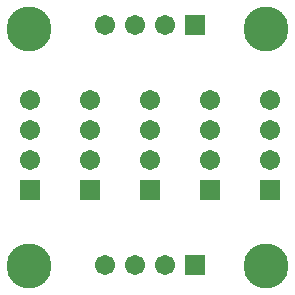
<source format=gbs>
G04 Layer_Color=16711935*
%FSLAX44Y44*%
%MOMM*%
G71*
G01*
G75*
%ADD20C,3.8032*%
%ADD21R,1.7032X1.7032*%
%ADD22C,1.7032*%
%ADD23R,1.7032X1.7032*%
D20*
X25000Y225000D02*
D03*
X225000D02*
D03*
Y25000D02*
D03*
X25000D02*
D03*
D21*
X228600Y88900D02*
D03*
X177800D02*
D03*
X127000D02*
D03*
X76200D02*
D03*
X25400D02*
D03*
D22*
X228600Y114300D02*
D03*
Y139700D02*
D03*
Y165100D02*
D03*
X177800Y114300D02*
D03*
Y139700D02*
D03*
Y165100D02*
D03*
X127000Y114300D02*
D03*
Y139700D02*
D03*
Y165100D02*
D03*
X139700Y25400D02*
D03*
X114300D02*
D03*
X88900D02*
D03*
X76200Y114300D02*
D03*
Y139700D02*
D03*
Y165100D02*
D03*
X139700Y228600D02*
D03*
X114300D02*
D03*
X88900D02*
D03*
X25400Y114300D02*
D03*
Y139700D02*
D03*
Y165100D02*
D03*
D23*
X165100Y25400D02*
D03*
Y228600D02*
D03*
M02*

</source>
